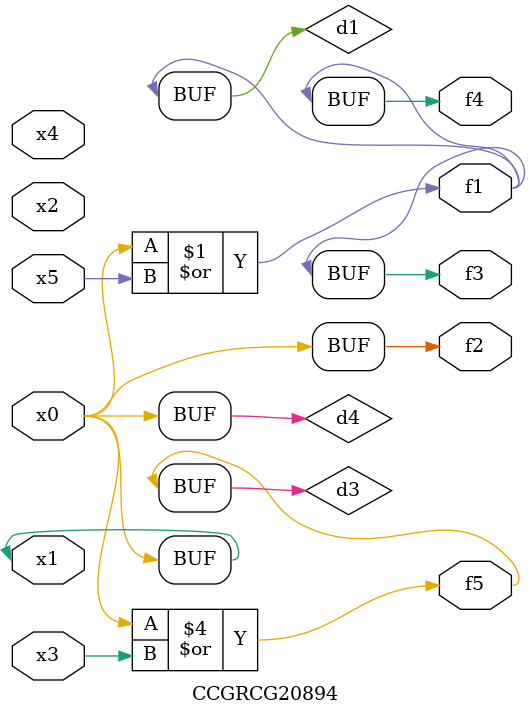
<source format=v>
module CCGRCG20894(
	input x0, x1, x2, x3, x4, x5,
	output f1, f2, f3, f4, f5
);

	wire d1, d2, d3, d4;

	or (d1, x0, x5);
	xnor (d2, x1, x4);
	or (d3, x0, x3);
	buf (d4, x0, x1);
	assign f1 = d1;
	assign f2 = d4;
	assign f3 = d1;
	assign f4 = d1;
	assign f5 = d3;
endmodule

</source>
